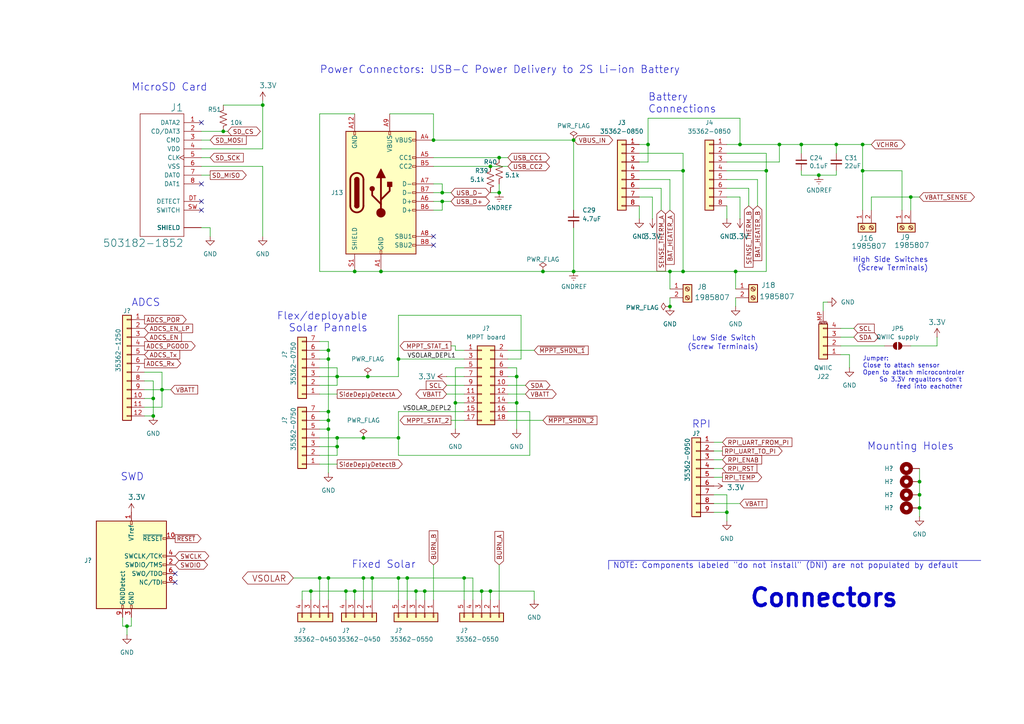
<source format=kicad_sch>
(kicad_sch (version 20250114) (generator "eeschema") (generator_version "9.0")
  (paper "A4")
  (title_block (title "PiCubed Mainboard") (date "2025-08-29") (rev "6.5") (company "Stanford Student Space Initiative") (comment 1 "Ethan Brinser"))
  (lib_symbols
    (symbol "Connector:Conn_ARM_JTAG_SWD_10" (pin_names (offset 1.016))
      (property "Reference" "J" (at -2.54 16.51 0))
      (property "Value" "Conn_ARM_JTAG_SWD_10" (at -2.54 13.97 0))
      (symbol "Conn_ARM_JTAG_SWD_10_1_1"
        (pin no_connect line (at -10.16 0 0) (length 2.54) (hide yes) (name "KEY") (number "7"))
        (pin passive line (at -2.54 -15.24 90) (length 2.54) (name "GNDDetect") (number "9"))
        (pin power_in line (at 0 15.24 270) (length 2.54) (name "VTref") (number "1"))
        (pin power_in line (at 0 -15.24 90) (length 2.54) (name "GND") (number "3"))
        (pin passive line (at 0 -15.24 90) (length 2.54) (hide yes) (name "GND") (number "5"))
        (pin open_collector line (at 12.7 7.62 180) (length 2.54) (name "~{RESET}") (number "10"))
        (pin output line (at 12.7 2.54 180) (length 2.54) (name "SWCLK/TCK") (number "4"))
        (pin bidirectional line (at 12.7 0 180) (length 2.54) (name "SWDIO/TMS") (number "2"))
        (pin input line (at 12.7 -2.54 180) (length 2.54) (name "SWO/TDO") (number "6"))
        (pin output line (at 12.7 -5.08 180) (length 2.54) (name "NC/TDI") (number "8"))
      )
    )
    (symbol "Connector:Screw_Terminal_01x02" (pin_names (offset 1.016) (hide yes))
      (property "Reference" "J" (at 0 2.54 0))
      (property "Value" "Screw_Terminal_01x02" (at 0 -5.08 0))
      (symbol "Screw_Terminal_01x02_1_1"
        (pin passive line (at -5.08 0 0) (length 3.81) (name "Pin_1") (number "1"))
        (pin passive line (at -5.08 -2.54 0) (length 3.81) (name "Pin_2") (number "2"))
      )
    )
    (symbol "Connector_Generic:Conn_01x04" (pin_names (offset 1.016) (hide yes))
      (property "Reference" "J" (at 0 5.08 0))
      (property "Value" "Conn_01x04" (at 0 -7.62 0))
      (symbol "Conn_01x04_1_1"
        (pin passive line (at -5.08 2.54 0) (length 3.81) (name "Pin_1") (number "1"))
        (pin passive line (at -5.08 0 0) (length 3.81) (name "Pin_2") (number "2"))
        (pin passive line (at -5.08 -2.54 0) (length 3.81) (name "Pin_3") (number "3"))
        (pin passive line (at -5.08 -5.08 0) (length 3.81) (name "Pin_4") (number "4"))
      )
    )
    (symbol "Connector_Generic:Conn_01x05" (pin_names (offset 1.016) (hide yes))
      (property "Reference" "J" (at 0 7.62 0))
      (property "Value" "Conn_01x05" (at 0 -7.62 0))
      (symbol "Conn_01x05_1_1"
        (pin passive line (at -5.08 5.08 0) (length 3.81) (name "Pin_1") (number "1"))
        (pin passive line (at -5.08 2.54 0) (length 3.81) (name "Pin_2") (number "2"))
        (pin passive line (at -5.08 0 0) (length 3.81) (name "Pin_3") (number "3"))
        (pin passive line (at -5.08 -2.54 0) (length 3.81) (name "Pin_4") (number "4"))
        (pin passive line (at -5.08 -5.08 0) (length 3.81) (name "Pin_5") (number "5"))
      )
    )
    (symbol "Connector_Generic:Conn_01x07" (pin_names (offset 1.016) (hide yes))
      (property "Reference" "J" (at 0 10.16 0))
      (property "Value" "Conn_01x07" (at 0 -10.16 0))
      (symbol "Conn_01x07_1_1"
        (pin passive line (at -5.08 7.62 0) (length 3.81) (name "Pin_1") (number "1"))
        (pin passive line (at -5.08 5.08 0) (length 3.81) (name "Pin_2") (number "2"))
        (pin passive line (at -5.08 2.54 0) (length 3.81) (name "Pin_3") (number "3"))
        (pin passive line (at -5.08 0 0) (length 3.81) (name "Pin_4") (number "4"))
        (pin passive line (at -5.08 -2.54 0) (length 3.81) (name "Pin_5") (number "5"))
        (pin passive line (at -5.08 -5.08 0) (length 3.81) (name "Pin_6") (number "6"))
        (pin passive line (at -5.08 -7.62 0) (length 3.81) (name "Pin_7") (number "7"))
      )
    )
    (symbol "Connector_Generic:Conn_01x08" (pin_names (offset 1.016) (hide yes))
      (property "Reference" "J" (at 0 10.16 0))
      (property "Value" "Conn_01x08" (at 0 -12.7 0))
      (symbol "Conn_01x08_1_1"
        (pin passive line (at -5.08 7.62 0) (length 3.81) (name "Pin_1") (number "1"))
        (pin passive line (at -5.08 5.08 0) (length 3.81) (name "Pin_2") (number "2"))
        (pin passive line (at -5.08 2.54 0) (length 3.81) (name "Pin_3") (number "3"))
        (pin passive line (at -5.08 0 0) (length 3.81) (name "Pin_4") (number "4"))
        (pin passive line (at -5.08 -2.54 0) (length 3.81) (name "Pin_5") (number "5"))
        (pin passive line (at -5.08 -5.08 0) (length 3.81) (name "Pin_6") (number "6"))
        (pin passive line (at -5.08 -7.62 0) (length 3.81) (name "Pin_7") (number "7"))
        (pin passive line (at -5.08 -10.16 0) (length 3.81) (name "Pin_8") (number "8"))
      )
    )
    (symbol "Connector_Generic:Conn_01x09" (pin_names (offset 1.016) (hide yes))
      (property "Reference" "J" (at 0 12.7 0))
      (property "Value" "Conn_01x09" (at 0 -12.7 0))
      (symbol "Conn_01x09_1_1"
        (pin passive line (at -5.08 10.16 0) (length 3.81) (name "Pin_1") (number "1"))
        (pin passive line (at -5.08 7.62 0) (length 3.81) (name "Pin_2") (number "2"))
        (pin passive line (at -5.08 5.08 0) (length 3.81) (name "Pin_3") (number "3"))
        (pin passive line (at -5.08 2.54 0) (length 3.81) (name "Pin_4") (number "4"))
        (pin passive line (at -5.08 0 0) (length 3.81) (name "Pin_5") (number "5"))
        (pin passive line (at -5.08 -2.54 0) (length 3.81) (name "Pin_6") (number "6"))
        (pin passive line (at -5.08 -5.08 0) (length 3.81) (name "Pin_7") (number "7"))
        (pin passive line (at -5.08 -7.62 0) (length 3.81) (name "Pin_8") (number "8"))
        (pin passive line (at -5.08 -10.16 0) (length 3.81) (name "Pin_9") (number "9"))
      )
    )
    (symbol "Connector_Generic:Conn_01x12" (pin_names (offset 1.016) (hide yes))
      (property "Reference" "J" (at 0 15.24 0))
      (property "Value" "Conn_01x12" (at 0 -17.78 0))
      (symbol "Conn_01x12_1_1"
        (pin passive line (at -5.08 12.7 0) (length 3.81) (name "Pin_1") (number "1"))
        (pin passive line (at -5.08 10.16 0) (length 3.81) (name "Pin_2") (number "2"))
        (pin passive line (at -5.08 7.62 0) (length 3.81) (name "Pin_3") (number "3"))
        (pin passive line (at -5.08 5.08 0) (length 3.81) (name "Pin_4") (number "4"))
        (pin passive line (at -5.08 2.54 0) (length 3.81) (name "Pin_5") (number "5"))
        (pin passive line (at -5.08 0 0) (length 3.81) (name "Pin_6") (number "6"))
        (pin passive line (at -5.08 -2.54 0) (length 3.81) (name "Pin_7") (number "7"))
        (pin passive line (at -5.08 -5.08 0) (length 3.81) (name "Pin_8") (number "8"))
        (pin passive line (at -5.08 -7.62 0) (length 3.81) (name "Pin_9") (number "9"))
        (pin passive line (at -5.08 -10.16 0) (length 3.81) (name "Pin_10") (number "10"))
        (pin passive line (at -5.08 -12.7 0) (length 3.81) (name "Pin_11") (number "11"))
        (pin passive line (at -5.08 -15.24 0) (length 3.81) (name "Pin_12") (number "12"))
      )
    )
    (symbol "Connector_Generic:Conn_02x09_Odd_Even" (pin_names (offset 1.016) (hide yes))
      (property "Reference" "J" (at 1.27 12.7 0))
      (property "Value" "Conn_02x09_Odd_Even" (at 1.27 -12.7 0))
      (symbol "Conn_02x09_Odd_Even_1_1"
        (pin passive line (at -5.08 10.16 0) (length 3.81) (name "Pin_1") (number "1"))
        (pin passive line (at -5.08 7.62 0) (length 3.81) (name "Pin_3") (number "3"))
        (pin passive line (at -5.08 5.08 0) (length 3.81) (name "Pin_5") (number "5"))
        (pin passive line (at -5.08 2.54 0) (length 3.81) (name "Pin_7") (number "7"))
        (pin passive line (at -5.08 0 0) (length 3.81) (name "Pin_9") (number "9"))
        (pin passive line (at -5.08 -2.54 0) (length 3.81) (name "Pin_11") (number "11"))
        (pin passive line (at -5.08 -5.08 0) (length 3.81) (name "Pin_13") (number "13"))
        (pin passive line (at -5.08 -7.62 0) (length 3.81) (name "Pin_15") (number "15"))
        (pin passive line (at -5.08 -10.16 0) (length 3.81) (name "Pin_17") (number "17"))
        (pin passive line (at 7.62 10.16 180) (length 3.81) (name "Pin_2") (number "2"))
        (pin passive line (at 7.62 7.62 180) (length 3.81) (name "Pin_4") (number "4"))
        (pin passive line (at 7.62 5.08 180) (length 3.81) (name "Pin_6") (number "6"))
        (pin passive line (at 7.62 2.54 180) (length 3.81) (name "Pin_8") (number "8"))
        (pin passive line (at 7.62 0 180) (length 3.81) (name "Pin_10") (number "10"))
        (pin passive line (at 7.62 -2.54 180) (length 3.81) (name "Pin_12") (number "12"))
        (pin passive line (at 7.62 -5.08 180) (length 3.81) (name "Pin_14") (number "14"))
        (pin passive line (at 7.62 -7.62 180) (length 3.81) (name "Pin_16") (number "16"))
        (pin passive line (at 7.62 -10.16 180) (length 3.81) (name "Pin_18") (number "18"))
      )
    )
    (symbol "Connector_Generic_MountingPin:Conn_01x04_MountingPin" (pin_names (offset 1.016) (hide yes))
      (property "Reference" "J" (at 0 5.08 0))
      (property "Value" "Conn_01x04_MountingPin" (at 1.27 -7.62 0))
      (symbol "Conn_01x04_MountingPin_1_1"
        (text "Mounting" (at 0 -6.731 0) (effects (font (size 0.381 0.381))))
        (pin passive line (at -5.08 2.54 0) (length 3.81) (name "Pin_1") (number "1"))
        (pin passive line (at -5.08 0 0) (length 3.81) (name "Pin_2") (number "2"))
        (pin passive line (at -5.08 -2.54 0) (length 3.81) (name "Pin_3") (number "3"))
        (pin passive line (at -5.08 -5.08 0) (length 3.81) (name "Pin_4") (number "4"))
        (pin passive line (at 0 -10.16 90) (length 3.048) (name "MountPin") (number "MP"))
      )
    )
    (symbol "Device:C_Small" (pin_numbers (hide yes)) (pin_names (offset 0.254) (hide yes))
      (property "Reference" "C" (at 0.254 1.778 0))
      (property "Value" "C_Small" (at 0.254 -2.032 0))
      (symbol "C_Small_1_1"
        (pin passive line (at 0 2.54 270) (length 2.032) (name "~") (number "1"))
        (pin passive line (at 0 -2.54 90) (length 2.032) (name "~") (number "2"))
      )
    )
    (symbol "Device:R_US" (pin_numbers (hide yes)) (pin_names (offset 0))
      (property "Reference" "R" (at 2.54 0 90))
      (property "Value" "R_US" (at -2.54 0 90))
      (symbol "R_US_1_1"
        (pin passive line (at 0 3.81 270) (length 1.27) (name "~") (number "1"))
        (pin passive line (at 0 -3.81 90) (length 1.27) (name "~") (number "2"))
      )
    )
    (symbol "Jumper:SolderJumper_2_Open" (pin_numbers (hide yes)) (pin_names (offset 0) (hide yes)) (exclude_from_sim yes) (in_bom no)
      (property "Reference" "JP" (at 0 2.032 0))
      (property "Value" "SolderJumper_2_Open" (at 0 -2.54 0))
      (symbol "SolderJumper_2_Open_1_1"
        (pin passive line (at -3.81 0 0) (length 2.54) (name "A") (number "1"))
        (pin passive line (at 3.81 0 180) (length 2.54) (name "B") (number "2"))
      )
    )
    (symbol "Mechanical:MountingHole_Pad" (pin_numbers (hide yes)) (pin_names (offset 1.016) (hide yes)) (exclude_from_sim yes) (in_bom no)
      (property "Reference" "H" (at 0 6.35 0))
      (property "Value" "MountingHole_Pad" (at 0 4.445 0))
      (symbol "MountingHole_Pad_1_1"
        (pin input line (at 0 -2.54 90) (length 2.54) (name "1") (number "1"))
      )
    )
    (symbol "power:+3.3V" (power) (pin_numbers (hide yes)) (pin_names (offset 0) (hide yes))
      (property "Value" "+3.3V" (at 0 3.556 0))
      (symbol "+3.3V_1_1"
        (pin power_in line (at 0 0 90) (length 0) (name "~") (number "1"))
      )
    )
    (symbol "power:GND" (power) (pin_numbers (hide yes)) (pin_names (offset 0) (hide yes))
      (property "Value" "GND" (at 0 -3.81 0))
      (symbol "GND_1_1"
        (pin power_in line (at 0 0 270) (length 0) (name "~") (number "1"))
      )
    )
    (symbol "power:GNDREF" (power) (pin_numbers (hide yes)) (pin_names (offset 0) (hide yes))
      (property "Value" "GNDREF" (at 0 -3.81 0))
      (symbol "GNDREF_1_1"
        (pin power_in line (at 0 0 270) (length 0) (name "~") (number "1"))
      )
    )
    (symbol "power:PWR_FLAG" (power) (pin_numbers (hide yes)) (pin_names (offset 0) (hide yes))
      (property "Value" "PWR_FLAG" (at 0 3.81 0))
      (symbol "PWR_FLAG_0_0"
        (pin power_out line (at 0 0 90) (length 0) (name "~") (number "1"))
      )
    )
    (symbol "ssi_connector:503182-1852" (pin_names (offset 1.016))
      (property "Reference" "J" (at 0 18.3642 0))
      (property "Value" "503182-1852" (at 0 -20.9042 0))
      (symbol "503182-1852_1_0"
        (pin bidirectional line (at -5.08 15.24 0) (length 5.08) (name "DATA2") (number "1"))
        (pin bidirectional line (at -5.08 12.7 0) (length 5.08) (name "CD/DAT3") (number "2"))
        (pin bidirectional line (at -5.08 10.16 0) (length 5.08) (name "CMD") (number "3"))
        (pin power_in line (at -5.08 7.62 0) (length 5.08) (name "VDD") (number "4"))
        (pin bidirectional clock (at -5.08 5.08 0) (length 5.08) (name "CLK") (number "5"))
        (pin power_in line (at -5.08 2.54 0) (length 5.08) (name "VSS") (number "6"))
        (pin bidirectional line (at -5.08 0 0) (length 5.08) (name "DAT0") (number "7"))
        (pin bidirectional line (at -5.08 -2.54 0) (length 5.08) (name "DAT1") (number "8"))
        (pin bidirectional line (at -5.08 -7.62 0) (length 5.08) (name "DETECT") (number "DT"))
        (pin bidirectional line (at -5.08 -10.16 0) (length 5.08) (name "SWITCH") (number "SW"))
        (pin passive line (at -5.08 -15.24 0) (length 5.08) (name "SHIELD") (number "P1"))
        (pin passive line (at -5.08 -15.24 0) (length 5.08) (name "SHIELD") (number "P2"))
        (pin passive line (at -5.08 -15.24 0) (length 5.08) (name "SHIELD") (number "P3"))
        (pin passive line (at -5.08 -15.24 0) (length 5.08) (name "SHIELD") (number "P4"))
        (pin passive line (at -5.08 -15.24 0) (length 5.08) (name "SHIELD") (number "P5"))
      )
    )
    (symbol "ssi_connector:USB_C_pycubed" (pin_names (offset 1.016))
      (property "Reference" "J" (at -12.7 0 90))
      (symbol "USB_C_pycubed_1_1"
        (pin passive line (at -7.62 22.86 270) (length 5.08) (name "GND") (number "A12"))
        (pin passive line (at -7.62 -22.86 90) (length 5.08) (name "SHIELD") (number "S1"))
        (pin passive line (at 0 -22.86 90) (length 5.08) (name "GND") (number "A1"))
        (pin passive line (at 2.54 22.86 270) (length 5.08) (name "VBUS") (number "A9"))
        (pin passive line (at 15.24 15.24 180) (length 5.08) (name "VBUS") (number "A4"))
        (pin bidirectional line (at 15.24 10.16 180) (length 5.08) (name "CC1") (number "A5"))
        (pin bidirectional line (at 15.24 7.62 180) (length 5.08) (name "CC2") (number "B5"))
        (pin bidirectional line (at 15.24 2.54 180) (length 5.08) (name "D-") (number "A7"))
        (pin bidirectional line (at 15.24 0 180) (length 5.08) (name "D-") (number "B7"))
        (pin bidirectional line (at 15.24 -2.54 180) (length 5.08) (name "D+") (number "A6"))
        (pin bidirectional line (at 15.24 -5.08 180) (length 5.08) (name "D+") (number "B6"))
        (pin bidirectional line (at 15.24 -12.7 180) (length 5.08) (name "SBU1") (number "A8"))
        (pin bidirectional line (at 15.24 -15.24 180) (length 5.08) (name "SBU2") (number "B8"))
      )
    )
  )
  (text "Flex/deployable\nSolar Pannels\n" (at 106.68 96.52 0) (effects (font (size 2.159 2.159)) (justify right bottom)))
  (text "Jumper:\nClose to attach sensor\nOpen to attach microcontroler\n	So 3.3V regualtors don't\n		feed into eachother" (at 250.19 113.03 0) (effects (font (size 1.27 1.27)) (justify left bottom)))
  (text "RPI" (at 200.66 124.46 0) (effects (font (size 2.159 2.159)) (justify left bottom)))
  (text "Power Connectors: USB-C Power Delivery to 2S Li-ion Battery" (at 92.71 21.59 0) (effects (font (size 2.159 2.159)) (justify left bottom)))
  (text "NOTE: Components labeled \"do not install\" (DNI) are not populated by default" (at 177.8 165.1 0) (effects (font (size 1.651 1.651)) (justify left bottom)))
  (text "ADCS" (at 38.1 89.154 0) (effects (font (size 2.159 2.159)) (justify left bottom)))
  (text "High Side Switches\n(Screw Terminals)" (at 269.24 78.74 0) (effects (font (size 1.4986 1.4986)) (justify right bottom)))
  (text "Connectors" (at 217.17 176.53 0) (effects (font (size 5.08 5.08) (thickness 1.016) (bold yes)) (justify left bottom)))
  (text "Battery\nConnections" (at 187.96 33.02 0) (effects (font (size 2.159 2.159)) (justify left bottom)))
  (text "Low Side Switch" (at 200.66 99.06 0) (effects (font (size 1.4986 1.4986)) (justify left bottom)))
  (text "MicroSD Card" (at 38.1 26.67 0) (effects (font (size 2.159 2.159)) (justify left bottom)))
  (text "Fixed Solar\n" (at 120.65 165.1 0) (effects (font (size 2.159 2.159)) (justify right bottom)))
  (text "SWD" (at 34.925 139.7 0) (effects (font (size 2.159 2.159)) (justify left bottom)))
  (text "(Screw Terminals)" (at 199.39 101.6 0) (effects (font (size 1.4986 1.4986)) (justify left bottom)))
  (text "Mounting Holes" (at 251.46 130.81 0) (effects (font (size 2.159 2.159)) (justify left bottom)))
  (junction (at 46.99 113.03))
  (junction (at 213.36 78.74))
  (junction (at 144.78 45.72))
  (junction (at 139.7 171.45))
  (junction (at 97.79 109.22))
  (junction (at 198.12 78.74))
  (junction (at 90.17 171.45))
  (junction (at 134.62 167.64))
  (junction (at 106.68 109.22))
  (junction (at 214.63 41.91))
  (junction (at 95.25 124.46))
  (junction (at 264.16 57.15))
  (junction (at 102.87 78.74))
  (junction (at 242.57 41.91))
  (junction (at 95.25 121.92))
  (junction (at 144.78 55.88))
  (junction (at 166.37 78.74))
  (junction (at 142.24 171.45))
  (junction (at 157.48 78.74))
  (junction (at 110.49 78.74))
  (junction (at 149.86 116.84))
  (junction (at 44.45 115.57))
  (junction (at 123.19 171.45))
  (junction (at 266.7 143.51))
  (junction (at 97.79 127))
  (junction (at 97.79 129.54))
  (junction (at 105.41 127))
  (junction (at 226.06 41.91))
  (junction (at 198.12 49.53))
  (junction (at 128.27 55.88))
  (junction (at 187.96 41.91))
  (junction (at 266.7 147.32))
  (junction (at 118.11 167.64))
  (junction (at 76.2 30.48))
  (junction (at 237.49 50.8))
  (junction (at 132.08 116.84))
  (junction (at 232.41 41.91))
  (junction (at 120.65 171.45))
  (junction (at 115.57 127))
  (junction (at 95.25 101.6))
  (junction (at 125.73 40.64))
  (junction (at 115.57 104.14))
  (junction (at 222.25 49.53))
  (junction (at 44.45 120.65))
  (junction (at 250.19 49.53))
  (junction (at 210.82 148.59))
  (junction (at 115.57 167.64))
  (junction (at 64.77 38.1))
  (junction (at 107.95 167.64))
  (junction (at 95.25 119.38))
  (junction (at 194.31 88.9))
  (junction (at 128.27 58.42))
  (junction (at 149.86 109.22))
  (junction (at 36.83 181.61))
  (junction (at 95.25 104.14))
  (junction (at 100.33 171.45))
  (junction (at 102.87 171.45))
  (junction (at 266.7 139.7))
  (junction (at 92.71 167.64))
  (junction (at 166.37 40.64))
  (junction (at 194.31 78.74))
  (junction (at 95.25 167.64))
  (junction (at 250.19 41.91))
  (junction (at 142.24 48.26))
  (junction (at 105.41 167.64))
  (no_connect (at 50.8 168.91))
  (no_connect (at 125.73 71.12))
  (no_connect (at 58.42 53.34))
  (no_connect (at 50.8 166.37))
  (no_connect (at 58.42 35.56))
  (no_connect (at 58.42 58.42))
  (no_connect (at 58.42 60.96))
  (no_connect (at 125.73 68.58))
  (wire (pts (xy 92.71 134.62) (xy 97.79 134.62)))
  (wire (pts (xy 166.37 66.04) (xy 166.37 78.74)))
  (wire (pts (xy 185.42 44.45) (xy 198.12 44.45)))
  (polyline (pts (xy 176.53 165.1) (xy 176.53 162.56)))
  (wire (pts (xy 92.71 106.68) (xy 97.79 106.68)))
  (wire (pts (xy 41.91 107.95) (xy 46.99 107.95)))
  (wire (pts (xy 210.82 143.51) (xy 207.01 143.51)))
  (wire (pts (xy 207.01 130.81) (xy 209.55 130.81)))
  (wire (pts (xy 115.57 104.14) (xy 134.62 104.14)))
  (wire (pts (xy 210.82 41.91) (xy 214.63 41.91)))
  (wire (pts (xy 76.2 30.48) (xy 76.2 29.21)))
  (wire (pts (xy 147.32 106.68) (xy 149.86 106.68)))
  (wire (pts (xy 147.32 119.38) (xy 153.67 119.38)))
  (wire (pts (xy 36.83 181.61) (xy 38.1 181.61)))
  (wire (pts (xy 105.41 167.64) (xy 107.95 167.64)))
  (wire (pts (xy 76.2 48.26) (xy 76.2 68.58)))
  (wire (pts (xy 187.96 41.91) (xy 187.96 34.29)))
  (wire (pts (xy 90.17 171.45) (xy 100.33 171.45)))
  (wire (pts (xy 144.78 45.72) (xy 147.32 45.72)))
  (wire (pts (xy 64.77 30.48) (xy 76.2 30.48)))
  (wire (pts (xy 149.86 116.84) (xy 147.32 116.84)))
  (wire (pts (xy 102.87 171.45) (xy 102.87 173.99)))
  (wire (pts (xy 125.73 48.26) (xy 142.24 48.26)))
  (wire (pts (xy 92.71 78.74) (xy 92.71 33.02)))
  (wire (pts (xy 242.57 44.45) (xy 242.57 41.91)))
  (wire (pts (xy 115.57 167.64) (xy 115.57 173.99)))
  (wire (pts (xy 90.17 171.45) (xy 90.17 173.99)))
  (wire (pts (xy 243.84 95.25) (xy 247.65 95.25)))
  (wire (pts (xy 194.31 86.36) (xy 194.31 88.9)))
  (wire (pts (xy 185.42 46.99) (xy 187.96 46.99)))
  (wire (pts (xy 207.01 138.43) (xy 209.55 138.43)))
  (wire (pts (xy 194.31 52.07) (xy 194.31 60.96)))
  (wire (pts (xy 222.25 44.45) (xy 222.25 49.53)))
  (wire (pts (xy 240.03 87.63) (xy 238.76 87.63)))
  (wire (pts (xy 142.24 48.26) (xy 147.32 48.26)))
  (wire (pts (xy 95.25 101.6) (xy 95.25 104.14)))
  (wire (pts (xy 105.41 127) (xy 115.57 127)))
  (wire (pts (xy 194.31 52.07) (xy 185.42 52.07)))
  (wire (pts (xy 232.41 50.8) (xy 232.41 49.53)))
  (wire (pts (xy 97.79 111.76) (xy 97.79 109.22)))
  (wire (pts (xy 266.7 143.51) (xy 266.7 147.32)))
  (wire (pts (xy 129.54 109.22) (xy 134.62 109.22)))
  (wire (pts (xy 64.77 38.1) (xy 66.04 38.1)))
  (wire (pts (xy 125.73 33.02) (xy 125.73 40.64)))
  (wire (pts (xy 92.71 121.92) (xy 95.25 121.92)))
  (wire (pts (xy 58.42 45.72) (xy 60.96 45.72)))
  (wire (pts (xy 115.57 104.14) (xy 115.57 109.22)))
  (wire (pts (xy 266.7 139.7) (xy 266.7 143.51)))
  (wire (pts (xy 250.19 49.53) (xy 261.62 49.53)))
  (wire (pts (xy 92.71 101.6) (xy 95.25 101.6)))
  (wire (pts (xy 115.57 127) (xy 115.57 132.08)))
  (wire (pts (xy 185.42 59.69) (xy 185.42 63.5)))
  (wire (pts (xy 132.08 116.84) (xy 134.62 116.84)))
  (wire (pts (xy 118.11 167.64) (xy 134.62 167.64)))
  (wire (pts (xy 92.71 109.22) (xy 97.79 109.22)))
  (wire (pts (xy 128.27 60.96) (xy 128.27 58.42)))
  (wire (pts (xy 157.48 78.74) (xy 110.49 78.74)))
  (wire (pts (xy 213.36 83.82) (xy 213.36 78.74)))
  (wire (pts (xy 76.2 43.18) (xy 76.2 30.48)))
  (wire (pts (xy 95.25 104.14) (xy 95.25 119.38)))
  (wire (pts (xy 149.86 124.46) (xy 149.86 116.84)))
  (wire (pts (xy 58.42 40.64) (xy 60.96 40.64)))
  (wire (pts (xy 125.73 60.96) (xy 128.27 60.96)))
  (wire (pts (xy 271.78 100.33) (xy 264.16 100.33)))
  (wire (pts (xy 142.24 171.45) (xy 154.94 171.45)))
  (wire (pts (xy 250.19 41.91) (xy 250.19 49.53)))
  (wire (pts (xy 44.45 110.49) (xy 41.91 110.49)))
  (wire (pts (xy 97.79 106.68) (xy 97.79 109.22)))
  (wire (pts (xy 128.27 58.42) (xy 125.73 58.42)))
  (wire (pts (xy 166.37 40.64) (xy 166.37 60.96)))
  (wire (pts (xy 46.99 113.03) (xy 41.91 113.03)))
  (wire (pts (xy 246.38 102.87) (xy 243.84 102.87)))
  (wire (pts (xy 147.32 104.14) (xy 151.13 104.14)))
  (wire (pts (xy 144.78 163.83) (xy 144.78 173.99)))
  (wire (pts (xy 97.79 132.08) (xy 97.79 129.54)))
  (wire (pts (xy 118.11 167.64) (xy 118.11 173.99)))
  (wire (pts (xy 87.63 173.99) (xy 87.63 171.45)))
  (wire (pts (xy 153.67 132.08) (xy 153.67 119.38)))
  (wire (pts (xy 58.42 66.04) (xy 60.96 66.04)))
  (wire (pts (xy 95.25 137.16) (xy 95.25 124.46)))
  (wire (pts (xy 226.06 41.91) (xy 232.41 41.91)))
  (wire (pts (xy 194.31 78.74) (xy 198.12 78.74)))
  (wire (pts (xy 41.91 118.11) (xy 46.99 118.11)))
  (wire (pts (xy 213.36 78.74) (xy 222.25 78.74)))
  (wire (pts (xy 166.37 78.74) (xy 194.31 78.74)))
  (wire (pts (xy 266.7 135.89) (xy 266.7 139.7)))
  (wire (pts (xy 264.16 57.15) (xy 252.73 57.15)))
  (wire (pts (xy 87.63 171.45) (xy 90.17 171.45)))
  (wire (pts (xy 266.7 147.32) (xy 266.7 149.86)))
  (wire (pts (xy 95.25 167.64) (xy 95.25 173.99)))
  (wire (pts (xy 129.54 111.76) (xy 134.62 111.76)))
  (wire (pts (xy 115.57 132.08) (xy 153.67 132.08)))
  (wire (pts (xy 128.27 53.34) (xy 128.27 55.88)))
  (wire (pts (xy 132.08 106.68) (xy 132.08 116.84)))
  (wire (pts (xy 132.08 100.33) (xy 132.08 101.6)))
  (wire (pts (xy 222.25 49.53) (xy 222.25 78.74)))
  (wire (pts (xy 210.82 46.99) (xy 226.06 46.99)))
  (wire (pts (xy 100.33 171.45) (xy 102.87 171.45)))
  (wire (pts (xy 134.62 167.64) (xy 137.16 167.64)))
  (wire (pts (xy 237.49 50.8) (xy 242.57 50.8)))
  (wire (pts (xy 49.53 113.03) (xy 46.99 113.03)))
  (wire (pts (xy 210.82 59.69) (xy 210.82 63.5)))
  (wire (pts (xy 102.87 78.74) (xy 92.71 78.74)))
  (wire (pts (xy 191.77 54.61) (xy 191.77 60.96)))
  (wire (pts (xy 102.87 78.74) (xy 110.49 78.74)))
  (wire (pts (xy 115.57 91.44) (xy 151.13 91.44)))
  (wire (pts (xy 210.82 57.15) (xy 214.63 57.15)))
  (wire (pts (xy 189.23 63.5) (xy 189.23 57.15)))
  (wire (pts (xy 92.71 129.54) (xy 97.79 129.54)))
  (wire (pts (xy 198.12 78.74) (xy 213.36 78.74)))
  (wire (pts (xy 142.24 171.45) (xy 142.24 173.99)))
  (wire (pts (xy 198.12 44.45) (xy 198.12 49.53)))
  (wire (pts (xy 95.25 124.46) (xy 95.25 121.92)))
  (wire (pts (xy 166.37 40.64) (xy 125.73 40.64)))
  (wire (pts (xy 214.63 63.5) (xy 214.63 57.15)))
  (wire (pts (xy 185.42 41.91) (xy 187.96 41.91)))
  (wire (pts (xy 252.73 41.91) (xy 250.19 41.91)))
  (wire (pts (xy 210.82 54.61) (xy 217.17 54.61)))
  (wire (pts (xy 107.95 167.64) (xy 107.95 173.99)))
  (wire (pts (xy 85.09 167.64) (xy 92.71 167.64)))
  (wire (pts (xy 217.17 54.61) (xy 217.17 59.69)))
  (wire (pts (xy 243.84 97.79) (xy 247.65 97.79)))
  (wire (pts (xy 92.71 127) (xy 97.79 127)))
  (wire (pts (xy 261.62 49.53) (xy 261.62 60.96)))
  (wire (pts (xy 207.01 133.35) (xy 209.55 133.35)))
  (wire (pts (xy 250.19 49.53) (xy 250.19 60.96)))
  (wire (pts (xy 128.27 55.88) (xy 130.81 55.88)))
  (wire (pts (xy 271.78 97.79) (xy 271.78 100.33)))
  (wire (pts (xy 95.25 167.64) (xy 105.41 167.64)))
  (wire (pts (xy 219.71 52.07) (xy 219.71 59.69)))
  (wire (pts (xy 264.16 57.15) (xy 264.16 60.96)))
  (wire (pts (xy 130.81 100.33) (xy 132.08 100.33)))
  (wire (pts (xy 60.96 66.04) (xy 60.96 68.58)))
  (wire (pts (xy 187.96 34.29) (xy 214.63 34.29)))
  (wire (pts (xy 147.32 121.92) (xy 157.48 121.92)))
  (wire (pts (xy 198.12 49.53) (xy 198.12 78.74)))
  (wire (pts (xy 132.08 101.6) (xy 134.62 101.6)))
  (wire (pts (xy 106.68 109.22) (xy 97.79 109.22)))
  (wire (pts (xy 44.45 120.65) (xy 44.45 115.57)))
  (wire (pts (xy 207.01 148.59) (xy 210.82 148.59)))
  (wire (pts (xy 191.77 54.61) (xy 185.42 54.61)))
  (wire (pts (xy 92.71 104.14) (xy 95.25 104.14)))
  (wire (pts (xy 210.82 44.45) (xy 222.25 44.45)))
  (wire (pts (xy 46.99 118.11) (xy 46.99 113.03)))
  (wire (pts (xy 97.79 127) (xy 105.41 127)))
  (wire (pts (xy 38.1 179.07) (xy 38.1 181.61)))
  (wire (pts (xy 134.62 106.68) (xy 132.08 106.68)))
  (wire (pts (xy 115.57 109.22) (xy 106.68 109.22)))
  (wire (pts (xy 92.71 124.46) (xy 95.25 124.46)))
  (wire (pts (xy 125.73 53.34) (xy 128.27 53.34)))
  (wire (pts (xy 113.03 33.02) (xy 125.73 33.02)))
  (wire (pts (xy 147.32 101.6) (xy 154.94 101.6)))
  (wire (pts (xy 115.57 119.38) (xy 115.57 127)))
  (wire (pts (xy 41.91 115.57) (xy 44.45 115.57)))
  (wire (pts (xy 92.71 111.76) (xy 97.79 111.76)))
  (wire (pts (xy 115.57 167.64) (xy 118.11 167.64)))
  (wire (pts (xy 125.73 163.83) (xy 125.73 173.99)))
  (wire (pts (xy 44.45 115.57) (xy 44.45 110.49)))
  (wire (pts (xy 242.57 50.8) (xy 242.57 49.53)))
  (wire (pts (xy 92.71 114.3) (xy 97.79 114.3)))
  (wire (pts (xy 210.82 148.59) (xy 210.82 151.13)))
  (wire (pts (xy 214.63 34.29) (xy 214.63 41.91)))
  (wire (pts (xy 151.13 91.44) (xy 151.13 104.14)))
  (wire (pts (xy 210.82 52.07) (xy 219.71 52.07)))
  (wire (pts (xy 154.94 171.45) (xy 154.94 173.99)))
  (wire (pts (xy 95.25 119.38) (xy 92.71 119.38)))
  (wire (pts (xy 132.08 124.46) (xy 132.08 116.84)))
  (wire (pts (xy 36.83 181.61) (xy 36.83 184.15)))
  (wire (pts (xy 144.78 55.88) (xy 144.78 53.34)))
  (wire (pts (xy 232.41 50.8) (xy 237.49 50.8)))
  (wire (pts (xy 100.33 171.45) (xy 100.33 173.99)))
  (wire (pts (xy 207.01 128.27) (xy 209.55 128.27)))
  (wire (pts (xy 214.63 41.91) (xy 226.06 41.91)))
  (wire (pts (xy 123.19 171.45) (xy 139.7 171.45)))
  (wire (pts (xy 125.73 45.72) (xy 144.78 45.72)))
  (wire (pts (xy 139.7 171.45) (xy 142.24 171.45)))
  (wire (pts (xy 92.71 132.08) (xy 97.79 132.08)))
  (wire (pts (xy 149.86 109.22) (xy 149.86 116.84)))
  (wire (pts (xy 194.31 83.82) (xy 194.31 78.74)))
  (wire (pts (xy 115.57 119.38) (xy 134.62 119.38)))
  (wire (pts (xy 35.56 179.07) (xy 35.56 181.61)))
  (wire (pts (xy 210.82 49.53) (xy 222.25 49.53)))
  (wire (pts (xy 187.96 46.99) (xy 187.96 41.91)))
  (wire (pts (xy 142.24 55.88) (xy 144.78 55.88)))
  (wire (pts (xy 105.41 167.64) (xy 105.41 173.99)))
  (wire (pts (xy 207.01 135.89) (xy 209.55 135.89)))
  (wire (pts (xy 166.37 78.74) (xy 157.48 78.74)))
  (wire (pts (xy 149.86 106.68) (xy 149.86 109.22)))
  (wire (pts (xy 123.19 171.45) (xy 123.19 173.99)))
  (wire (pts (xy 246.38 106.68) (xy 246.38 102.87)))
  (wire (pts (xy 226.06 41.91) (xy 226.06 46.99)))
  (wire (pts (xy 266.7 57.15) (xy 264.16 57.15)))
  (wire (pts (xy 58.42 43.18) (xy 76.2 43.18)))
  (wire (pts (xy 139.7 171.45) (xy 139.7 173.99)))
  (wire (pts (xy 147.32 114.3) (xy 152.4 114.3)))
  (wire (pts (xy 58.42 38.1) (xy 64.77 38.1)))
  (wire (pts (xy 97.79 129.54) (xy 97.79 127)))
  (wire (pts (xy 128.27 58.42) (xy 130.81 58.42)))
  (wire (pts (xy 102.87 171.45) (xy 120.65 171.45)))
  (wire (pts (xy 238.76 87.63) (xy 238.76 90.17)))
  (wire (pts (xy 147.32 111.76) (xy 152.4 111.76)))
  (wire (pts (xy 92.71 167.64) (xy 95.25 167.64)))
  (wire (pts (xy 243.84 100.33) (xy 256.54 100.33)))
  (wire (pts (xy 92.71 99.06) (xy 95.25 99.06)))
  (wire (pts (xy 252.73 57.15) (xy 252.73 60.96)))
  (wire (pts (xy 92.71 33.02) (xy 102.87 33.02)))
  (wire (pts (xy 137.16 167.64) (xy 137.16 173.99)))
  (wire (pts (xy 185.42 49.53) (xy 198.12 49.53)))
  (wire (pts (xy 147.32 109.22) (xy 149.86 109.22)))
  (wire (pts (xy 41.91 120.65) (xy 44.45 120.65)))
  (wire (pts (xy 134.62 167.64) (xy 134.62 173.99)))
  (wire (pts (xy 185.42 57.15) (xy 189.23 57.15)))
  (wire (pts (xy 115.57 91.44) (xy 115.57 104.14)))
  (wire (pts (xy 210.82 143.51) (xy 210.82 148.59)))
  (wire (pts (xy 92.71 167.64) (xy 92.71 173.99)))
  (wire (pts (xy 120.65 171.45) (xy 120.65 173.99)))
  (wire (pts (xy 120.65 171.45) (xy 123.19 171.45)))
  (wire (pts (xy 128.27 55.88) (xy 125.73 55.88)))
  (wire (pts (xy 207.01 146.05) (xy 214.63 146.05)))
  (wire (pts (xy 232.41 44.45) (xy 232.41 41.91)))
  (wire (pts (xy 213.36 86.36) (xy 213.36 88.9)))
  (wire (pts (xy 46.99 113.03) (xy 46.99 107.95)))
  (wire (pts (xy 58.42 50.8) (xy 60.96 50.8)))
  (wire (pts (xy 242.57 41.91) (xy 250.19 41.91)))
  (wire (pts (xy 95.25 99.06) (xy 95.25 101.6)))
  (polyline (pts (xy 176.53 162.56) (xy 284.48 162.56)))
  (wire (pts (xy 129.54 114.3) (xy 134.62 114.3)))
  (wire (pts (xy 130.81 121.92) (xy 134.62 121.92)))
  (wire (pts (xy 58.42 48.26) (xy 76.2 48.26)))
  (wire (pts (xy 107.95 167.64) (xy 115.57 167.64)))
  (wire (pts (xy 95.25 119.38) (xy 95.25 121.92)))
  (wire (pts (xy 232.41 41.91) (xy 242.57 41.91)))
  (wire (pts (xy 35.56 181.61) (xy 36.83 181.61)))
  (label "VSOLAR_DEPL1" (at 118.11 104.14 0))
  (label "VSOLAR_DEPL2" (at 116.84 119.38 0))
  (global_label "SD_CS" (shape bidirectional) (at 66.04 38.1 0) (property "Intersheetrefs" "${INTERSHEET_REFS}" (effects (hide yes))))
  (global_label "SCL" (shape input) (at 247.65 95.25 0) (property "Intersheetrefs" "${INTERSHEET_REFS}" (effects (hide yes))))
  (global_label "SWDIO" (shape bidirectional) (at 50.8 163.83 0) (property "Intersheetrefs" "${INTERSHEET_REFS}" (effects (hide yes))))
  (global_label "SD_MISO" (shape output) (at 60.96 50.8 0) (property "Intersheetrefs" "${INTERSHEET_REFS}" (effects (hide yes))))
  (global_label "ADCS_EN_LP" (shape input) (at 41.91 95.25 0) (property "Intersheetrefs" "${INTERSHEET_REFS}" (effects (hide yes))))
  (global_label "~{RESET}" (shape output) (at 50.8 156.21 0) (effects (font (size 1.1684 1.1684))) (property "Intersheetrefs" "${INTERSHEET_REFS}" (effects (hide yes))))
  (global_label "RPI_UART_TO_PI" (shape output) (at 209.55 130.81 0) (property "Intersheetrefs" "${INTERSHEET_REFS}" (effects (hide yes))))
  (global_label "SideDeplyDetectA" (shape output) (at 97.79 114.3 0) (property "Intersheetrefs" "${INTERSHEET_REFS}" (effects (hide yes))))
  (global_label "SD_SCK" (shape input) (at 60.96 45.72 0) (property "Intersheetrefs" "${INTERSHEET_REFS}" (effects (hide yes))))
  (global_label "SENSE_THERM_A" (shape input) (at 191.77 60.96 270) (property "Intersheetrefs" "${INTERSHEET_REFS}" (effects (hide yes))))
  (global_label "VSOLAR" (shape bidirectional) (at 85.09 167.64 180) (effects (font (size 1.778 1.778))) (property "Intersheetrefs" "${INTERSHEET_REFS}" (effects (hide yes))))
  (global_label "VCHRG" (shape bidirectional) (at 252.73 41.91 0) (property "Intersheetrefs" "${INTERSHEET_REFS}" (effects (hide yes))))
  (global_label "BURN_B" (shape input) (at 125.73 163.83 90) (property "Intersheetrefs" "${INTERSHEET_REFS}" (effects (hide yes))))
  (global_label "USB_D+" (shape bidirectional) (at 130.81 58.42 0) (property "Intersheetrefs" "${INTERSHEET_REFS}" (effects (hide yes))))
  (global_label "~{MPPT_SHDN_1}" (shape input) (at 154.94 101.6 0) (property "Intersheetrefs" "${INTERSHEET_REFS}" (effects (hide yes))))
  (global_label "BAT_HEATER_A" (shape input) (at 194.31 60.96 270) (property "Intersheetrefs" "${INTERSHEET_REFS}" (effects (hide yes))))
  (global_label "VBATT" (shape input) (at 214.63 146.05 0) (property "Intersheetrefs" "${INTERSHEET_REFS}" (effects (hide yes))))
  (global_label "ADCS_PGOOD" (shape output) (at 41.91 100.33 0) (property "Intersheetrefs" "${INTERSHEET_REFS}" (effects (hide yes))))
  (global_label "ADCS_EN" (shape input) (at 41.91 97.79 0) (property "Intersheetrefs" "${INTERSHEET_REFS}" (effects (hide yes))))
  (global_label "RPI_UART_FROM_PI" (shape input) (at 209.55 128.27 0) (property "Intersheetrefs" "${INTERSHEET_REFS}" (effects (hide yes))))
  (global_label "ADCS_Tx" (shape input) (at 41.91 102.87 0) (property "Intersheetrefs" "${INTERSHEET_REFS}" (effects (hide yes))))
  (global_label "ADCS_Rx" (shape output) (at 41.91 105.41 0) (property "Intersheetrefs" "${INTERSHEET_REFS}" (effects (hide yes))))
  (global_label "RPI_ENAB" (shape input) (at 209.55 133.35 0) (property "Intersheetrefs" "${INTERSHEET_REFS}" (effects (hide yes))))
  (global_label "SideDeplyDetectB" (shape output) (at 97.79 134.62 0) (property "Intersheetrefs" "${INTERSHEET_REFS}" (effects (hide yes))))
  (global_label "SDA" (shape bidirectional) (at 152.4 111.76 0) (property "Intersheetrefs" "${INTERSHEET_REFS}" (effects (hide yes))))
  (global_label "ADCS_POR" (shape output) (at 41.91 92.71 0) (property "Intersheetrefs" "${INTERSHEET_REFS}" (effects (hide yes))))
  (global_label "RPI_TEMP" (shape output) (at 209.55 138.43 0) (property "Intersheetrefs" "${INTERSHEET_REFS}" (effects (hide yes))))
  (global_label "SENSE_THERM_B" (shape input) (at 217.17 59.69 270) (property "Intersheetrefs" "${INTERSHEET_REFS}" (effects (hide yes))))
  (global_label "~{MPPT_SHDN_2}" (shape input) (at 157.48 121.92 0) (property "Intersheetrefs" "${INTERSHEET_REFS}" (effects (hide yes))))
  (global_label "VBATT" (shape input) (at 49.53 113.03 0) (property "Intersheetrefs" "${INTERSHEET_REFS}" (effects (hide yes))))
  (global_label "SWCLK" (shape bidirectional) (at 50.8 161.29 0) (property "Intersheetrefs" "${INTERSHEET_REFS}" (effects (hide yes))))
  (global_label "VBATT_SENSE" (shape bidirectional) (at 266.7 57.15 0) (property "Intersheetrefs" "${INTERSHEET_REFS}" (effects (hide yes))))
  (global_label "SCL" (shape input) (at 129.54 111.76 180) (property "Intersheetrefs" "${INTERSHEET_REFS}" (effects (hide yes))))
  (global_label "SD_MOSI" (shape input) (at 60.96 40.64 0) (property "Intersheetrefs" "${INTERSHEET_REFS}" (effects (hide yes))))
  (global_label "USB_CC2" (shape bidirectional) (at 147.32 48.26 0) (property "Intersheetrefs" "${INTERSHEET_REFS}" (effects (hide yes))))
  (global_label "USB_CC1" (shape bidirectional) (at 147.32 45.72 0) (property "Intersheetrefs" "${INTERSHEET_REFS}" (effects (hide yes))))
  (global_label "BURN_A" (shape input) (at 144.78 163.83 90) (property "Intersheetrefs" "${INTERSHEET_REFS}" (effects (hide yes))))
  (global_label "USB_D-" (shape bidirectional) (at 130.81 55.88 0) (property "Intersheetrefs" "${INTERSHEET_REFS}" (effects (hide yes))))
  (global_label "SDA" (shape bidirectional) (at 247.65 97.79 0) (property "Intersheetrefs" "${INTERSHEET_REFS}" (effects (hide yes))))
  (global_label "VBATT" (shape bidirectional) (at 129.54 114.3 180) (property "Intersheetrefs" "${INTERSHEET_REFS}" (effects (hide yes))))
  (global_label "MPPT_STAT_2" (shape output) (at 130.81 121.92 180) (property "Intersheetrefs" "${INTERSHEET_REFS}" (effects (hide yes))))
  (global_label "RPI_RST" (shape input) (at 209.55 135.89 0) (property "Intersheetrefs" "${INTERSHEET_REFS}" (effects (hide yes))))
  (global_label "MPPT_STAT_1" (shape output) (at 130.81 100.33 180) (property "Intersheetrefs" "${INTERSHEET_REFS}" (effects (hide yes))))
  (global_label "VBUS_IN" (shape bidirectional) (at 166.37 40.64 0) (property "Intersheetrefs" "${INTERSHEET_REFS}" (effects (hide yes))))
  (global_label "BAT_HEATER_B" (shape input) (at 219.71 59.69 270) (property "Intersheetrefs" "${INTERSHEET_REFS}" (effects (hide yes))))
  (global_label "VBATT" (shape bidirectional) (at 152.4 114.3 0) (property "Intersheetrefs" "${INTERSHEET_REFS}" (effects (hide yes))))
  (symbol (lib_id "ssi_connector:503182-1852") (at 53.34 50.8 0) (mirror y) (unit 1)
    (property "Reference" "J1" (at 53.34 32.4358 0) (effects (font (size 2.159 2.159)) (justify left bottom)))
    (property "Value" "503182-1852" (at 53.34 71.7296 0) (effects (font (size 2.159 2.159)) (justify left bottom)))
    (property "Footprint" "ssi_connector:Molex_503182-1852" (effects (hide yes)))
    (property "Datasheet" "https://www.molex.com/pdm_docs/sd/5031821852_sd.pdf" (effects (hide yes)))
    (property "Description" "Molex microSD Card Socket" (effects (hide yes)))
    (property "Flight" "5031821852" (effects (hide yes)))
    (property "Manufacturer_Name" "Molex" (effects (hide yes)))
    (property "Manufacturer_Part_Number" "5031821852" (effects (hide yes)))
    (property "Proto" "5031821852" (effects (hide yes)))
  )
  (symbol (lib_id "Device:C_Small") (at 232.41 46.99 0) (unit 1)
    (property "Reference" "C24" (at 234.7468 45.8216 0) (effects (justify left)))
    (property "Value" "0.1uF" (at 234.7468 48.133 0) (effects (justify left)))
    (property "Footprint" "Capacitor_SMD:C_0603_1608Metric" (effects (hide yes)))
    (property "Description" "0.1uF +-10% 50V X7R 0603" (effects (hide yes)))
  )
  (symbol (lib_id "Device:C_Small") (at 242.57 46.99 0) (unit 1)
    (property "Reference" "C31" (at 244.9068 45.8216 0) (effects (justify left)))
    (property "Value" "22uF" (at 244.9068 48.133 0) (effects (justify left)))
    (property "Footprint" "Capacitor_SMD:C_0603_1608Metric" (effects (hide yes)))
    (property "Description" "22uF +-20% 10V X5R" (effects (hide yes)))
  )
  (symbol (lib_id "Device:R_US") (at 64.77 34.29 0) (mirror x) (unit 1)
    (property "Reference" "R51" (at 62.23 31.75 0))
    (property "Value" "10k" (at 68.58 35.56 0))
    (property "Footprint" "Resistor_SMD:R_0603_1608Metric" (effects (hide yes)))
    (property "Description" "10k 0603" (effects (hide yes)))
  )
  (symbol (lib_id "Device:R_US") (at 144.78 49.53 0) (mirror x) (unit 1)
    (property "Reference" "R40" (at 142.24 46.99 0))
    (property "Value" "5.1k" (at 148.59 50.8 0))
    (property "Footprint" "Resistor_SMD:R_0603_1608Metric" (effects (hide yes)))
    (property "Description" "5.1k 0603" (effects (hide yes)))
  )
  (symbol (lib_id "Device:R_US") (at 142.24 52.07 0) (mirror x) (unit 1)
    (property "Reference" "R39" (at 139.7 49.53 0))
    (property "Value" "5.1k" (at 138.43 52.07 0))
    (property "Footprint" "Resistor_SMD:R_0603_1608Metric" (effects (hide yes)))
    (property "Description" "5.1k 0603" (effects (hide yes)))
  )
  (symbol (lib_id "power:GNDREF") (at 144.78 55.88 0) (unit 1)
    (property "Reference" "#PWR?" (effects (hide yes)))
    (property "Value" "GNDREF" (at 144.907 60.2742 0))
  )
  (symbol (lib_id "Device:C_Small") (at 166.37 63.5 0) (unit 1)
    (property "Reference" "C29" (at 168.91 60.96 0) (effects (justify left)))
    (property "Value" "4.7uF" (at 168.91 63.5 0) (effects (justify left)))
    (property "Footprint" "Capacitor_SMD:C_0603_1608Metric" (effects (hide yes)))
    (property "Description" "4.7uF +-20% 10V X5R" (effects (hide yes)))
  )
  (symbol (lib_id "power:GNDREF") (at 166.37 78.74 0) (unit 1)
    (property "Reference" "#PWR?" (effects (hide yes)))
    (property "Value" "GNDREF" (at 166.497 83.1342 0))
  )
  (symbol (lib_id "power:GNDREF") (at 237.49 50.8 0) (unit 1)
    (property "Reference" "#PWR?" (effects (hide yes)))
    (property "Value" "GNDREF" (at 237.617 55.1942 0))
  )
  (symbol (lib_id "ssi_connector:USB_C_pycubed") (at 110.49 55.88 0) (unit 1)
    (property "Reference" "J13" (at 99.5934 55.88 0) (effects (justify right)))
    (property "Value" "USB_C_pycubed" (effects (hide yes)))
    (property "Footprint" "ssi_connector:USB_C_Receptacle_XKB_U262-161N-4BVC11" (effects (hide yes)))
  )
  (symbol (lib_id "Mechanical:MountingHole_Pad") (at 264.16 135.89 90) (unit 1) (exclude_from_sim yes) (in_bom no)
    (property "Reference" "H?" (at 257.81 135.89 90))
    (property "Value" "MountingHole_Pad" (effects (hide yes)))
    (property "Footprint" "MountingHole:MountingHole_3.2mm_M3_DIN965_Pad" (effects (hide yes)))
    (property "DNI" "DNI" (effects (hide yes)))
  )
  (symbol (lib_id "Mechanical:MountingHole_Pad") (at 264.16 139.7 90) (unit 1) (exclude_from_sim yes) (in_bom no)
    (property "Reference" "H?" (at 257.81 139.7 90))
    (property "Value" "MountingHole_Pad" (effects (hide yes)))
    (property "Footprint" "MountingHole:MountingHole_3.2mm_M3_DIN965_Pad" (effects (hide yes)))
    (property "DNI" "DNI" (effects (hide yes)))
  )
  (symbol (lib_id "Mechanical:MountingHole_Pad") (at 264.16 143.51 90) (unit 1) (exclude_from_sim yes) (in_bom no)
    (property "Reference" "H?" (at 257.81 143.51 90))
    (property "Value" "MountingHole_Pad" (effects (hide yes)))
    (property "Footprint" "MountingHole:MountingHole_3.2mm_M3_DIN965_Pad" (effects (hide yes)))
    (property "DNI" "DNI" (effects (hide yes)))
  )
  (symbol (lib_id "Mechanical:MountingHole_Pad") (at 264.16 147.32 90) (unit 1) (exclude_from_sim yes) (in_bom no)
    (property "Reference" "H?" (at 257.81 147.32 90))
    (property "Value" "MountingHole_Pad" (effects (hide yes)))
    (property "Footprint" "MountingHole:MountingHole_3.2mm_M3_DIN965_Pad" (effects (hide yes)))
    (property "DNI" "DNI" (effects (hide yes)))
  )
  (symbol (lib_id "Connector:Screw_Terminal_01x02") (at 261.62 66.04 90) (mirror x) (unit 1)
    (property "Reference" "J9" (at 261.112 68.834 90) (effects (font (size 1.4986 1.4986)) (justify right)))
    (property "Value" "1985807" (at 259.334 71.12 90) (effects (font (size 1.4986 1.4986)) (justify right)))
    (property "Footprint" "ssi_connector:1985807" (effects (hide yes)))
    (property "Datasheet" "https://www.mouser.com/datasheet/2/324/4/1985807-1458929.pdf" (effects (hide yes)))
    (property "Description" "2-pin Screw Terminal - Side Entry" (effects (hide yes)))
    (property "Flight" "1985807" (effects (hide yes)))
    (property "Manufacturer_Name" "Phoenix Contact" (effects (hide yes)))
    (property "Manufacturer_Part_Number" "1985807" (effects (hide yes)))
    (property "Proto" "1985807" (effects (hide yes)))
  )
  (symbol (lib_id "Connector:Screw_Terminal_01x02") (at 199.39 83.82 0) (unit 1)
    (property "Reference" "J8" (at 202.184 84.074 0) (effects (font (size 1.4986 1.4986)) (justify left bottom)))
    (property "Value" "1985807" (at 201.422 87.122 0) (effects (font (size 1.4986 1.4986)) (justify left bottom)))
    (property "Footprint" "ssi_connector:1985807" (effects (hide yes)))
    (property "Datasheet" "https://www.mouser.com/datasheet/2/324/4/1985807-1458929.pdf" (effects (hide yes)))
    (property "Description" "2-pin Screw Terminal - Side Entry" (effects (hide yes)))
    (property "Flight" "1985807" (effects (hide yes)))
    (property "Manufacturer_Name" "Phoenix Contact" (effects (hide yes)))
    (property "Manufacturer_Part_Number" "1985807" (effects (hide yes)))
    (property "Proto" "1985807" (effects (hide yes)))
  )
  (symbol (lib_id "Connector:Screw_Terminal_01x02") (at 250.19 66.04 90) (mirror x) (unit 1)
    (property "Reference" "J16" (at 249.174 69.088 90) (effects (font (size 1.4986 1.4986)) (justify right)))
    (property "Value" "1985807" (at 246.888 71.374 90) (effects (font (size 1.4986 1.4986)) (justify right)))
    (property "Footprint" "ssi_connector:1985807" (effects (hide yes)))
    (property "Datasheet" "https://www.mouser.com/datasheet/2/324/4/1985807-1458929.pdf" (effects (hide yes)))
    (property "Description" "2-pin Screw Terminal - Side Entry" (effects (hide yes)))
    (property "Flight" "1985807" (effects (hide yes)))
    (property "Manufacturer_Name" "Phoenix Contact" (effects (hide yes)))
    (property "Manufacturer_Part_Number" "1985807" (effects (hide yes)))
    (property "Proto" "1985807" (effects (hide yes)))
  )
  (symbol (lib_id "power:+3.3V") (at 76.2 29.21 0) (unit 1)
    (property "Reference" "#SUPPLY?" (effects (hide yes)))
    (property "Value" "3.3V" (at 75.184 25.654 0) (effects (font (size 1.4986 1.4986)) (justify left bottom)))
    (property "Description" "Power symbol creates a global label with name \"+3.3V\"" (effects (hide yes)))
  )
  (symbol (lib_id "Connector:Screw_Terminal_01x02") (at 218.44 83.82 0) (unit 1)
    (property "Reference" "J18" (at 220.726 83.566 0) (effects (font (size 1.4986 1.4986)) (justify left bottom)))
    (property "Value" "1985807" (at 220.218 86.868 0) (effects (font (size 1.4986 1.4986)) (justify left bottom)))
    (property "Footprint" "ssi_connector:1985807" (effects (hide yes)))
    (property "Datasheet" "https://www.mouser.com/datasheet/2/324/4/1985807-1458929.pdf" (effects (hide yes)))
    (property "Description" "2-pin Screw Terminal - Side Entry" (effects (hide yes)))
    (property "Flight" "1985807" (effects (hide yes)))
    (property "Manufacturer_Name" "Phoenix Contact" (effects (hide yes)))
    (property "Manufacturer_Part_Number" "1985807" (effects (hide yes)))
    (property "Proto" "1985807" (effects (hide yes)))
  )
  (symbol (lib_id "Connector_Generic:Conn_01x08") (at 205.74 49.53 0) (mirror y) (unit 1)
    (property "Reference" "J4" (at 205.74 35.56 0))
    (property "Value" "35362-0850" (at 205.74 38.1 0))
    (property "Footprint" "ssi_connector:Molex_35362-0850" (effects (hide yes)))
  )
  (symbol (lib_id "power:GND") (at 210.82 151.13 0) (unit 1)
    (property "Reference" "#PWR?" (effects (hide yes)))
    (property "Value" "GND" (at 210.82 156.21 0))
  )
  (symbol (lib_id "Connector_Generic:Conn_01x07") (at 87.63 106.68 180) (unit 1)
    (property "Reference" "J?" (at 82.55 102.87 90))
    (property "Value" "35362-0750" (at 85.09 105.41 90))
    (property "Footprint" "ssi_connector:Molex_35362-0750" (effects (hide yes)))
  )
  (symbol (lib_id "power:GND") (at 240.03 87.63 90) (unit 1)
    (property "Reference" "#PWR?" (effects (hide yes)))
    (property "Value" "GND" (at 243.84 87.63 90) (effects (justify right)))
  )
  (symbol (lib_id "power:+3.3V") (at 189.23 63.5 180) (unit 1)
    (property "Reference" "#P+?" (effects (hide yes)))
    (property "Value" "3.3V" (at 189.23 68.58 0) (effects (font (size 1.4986 1.4986))))
    (property "Description" "Power symbol creates a global label with name \"+3.3V\"" (effects (hide yes)))
  )
  (symbol (lib_id "power:GND") (at 44.45 120.65 0) (unit 1)
    (property "Reference" "#PWR?" (effects (hide yes)))
    (property "Value" "GND" (at 44.45 125.73 0))
  )
  (symbol (lib_id "power:GND") (at 36.83 184.15 0) (unit 1)
    (property "Reference" "#PWR?" (effects (hide yes)))
    (property "Value" "GND" (at 36.83 189.23 0))
  )
  (symbol (lib_id "Connector_Generic:Conn_01x05") (at 139.7 179.07 270) (unit 1)
    (property "Reference" "J?" (at 134.62 182.88 90))
    (property "Value" "35362-0550" (at 138.43 185.42 90))
    (property "Footprint" "ssi_connector:Molex_35362-0550" (effects (hide yes)))
  )
  (symbol (lib_id "Connector_Generic:Conn_01x05") (at 120.65 179.07 270) (unit 1)
    (property "Reference" "J?" (at 115.57 182.88 90))
    (property "Value" "35362-0550" (at 119.38 185.42 90))
    (property "Footprint" "ssi_connector:Molex_35362-0550" (effects (hide yes)))
  )
  (symbol (lib_id "Connector_Generic:Conn_01x04") (at 92.71 179.07 270) (unit 1)
    (property "Reference" "J?" (at 87.63 182.88 90))
    (property "Value" "35362-0450" (at 91.44 185.42 90))
    (property "Footprint" "ssi_connector:Molex_35362-0450" (effects (hide yes)))
  )
  (symbol (lib_id "power:+3.3V") (at 38.1 148.59 0) (unit 1)
    (property "Reference" "#SUPPLY?" (effects (hide yes)))
    (property "Value" "3.3V" (at 37.084 145.034 0) (effects (font (size 1.4986 1.4986)) (justify left bottom)))
    (property "Description" "Power symbol creates a global label with name \"+3.3V\"" (effects (hide yes)))
  )
  (symbol (lib_id "power:+3.3V") (at 129.54 109.22 90) (unit 1)
    (property "Reference" "#P+?" (effects (hide yes)))
    (property "Value" "3.3V" (at 126.365 109.22 90) (effects (font (size 1.4986 1.4986)) (justify left)))
    (property "Description" "Power symbol creates a global label with name \"+3.3V\"" (effects (hide yes)))
  )
  (symbol (lib_id "Connector_Generic:Conn_02x09_Odd_Even") (at 139.7 111.76 0) (unit 1)
    (property "Reference" "J?" (at 140.97 95.25 0))
    (property "Value" "MPPT board" (at 140.97 97.79 0))
    (property "Footprint" "Connector_PinSocket_2.54mm:PinSocket_2x09_P2.54mm_Vertical" (effects (hide yes)))
  )
  (symbol (lib_id "power:GND") (at 266.7 149.86 0) (unit 1)
    (property "Reference" "#PWR?" (effects (hide yes)))
    (property "Value" "GND" (at 266.7 154.94 0))
  )
  (symbol (lib_id "Connector_Generic:Conn_01x07") (at 87.63 127 180) (unit 1)
    (property "Reference" "J?" (at 82.55 121.92 90))
    (property "Value" "35362-0750" (at 85.09 124.46 90))
    (property "Footprint" "ssi_connector:Molex_35362-0750" (effects (hide yes)))
  )
  (symbol (lib_id "Connector_Generic:Conn_01x04") (at 105.41 179.07 270) (unit 1)
    (property "Reference" "J?" (at 100.33 182.88 90))
    (property "Value" "35362-0450" (at 104.14 185.42 90))
    (property "Footprint" "ssi_connector:Molex_35362-0450" (effects (hide yes)))
  )
  (symbol (lib_id "power:PWR_FLAG") (at 194.31 88.9 90) (unit 1)
    (property "Reference" "#FLG?" (effects (hide yes)))
    (property "Value" "PWR_FLAG" (at 191.1351 89.2168 90) (effects (justify left)))
  )
  (symbol (lib_id "power:PWR_FLAG") (at 106.68 109.22 0) (unit 1)
    (property "Reference" "#FLG?" (effects (hide yes)))
    (property "Value" "PWR_FLAG" (at 106.68 104.14 0))
  )
  (symbol (lib_id "Jumper:SolderJumper_2_Open") (at 260.35 100.33 0) (unit 1) (exclude_from_sim yes) (in_bom no)
    (property "Reference" "JP5" (at 260.35 95.2965 0))
    (property "Value" "QWIIC supply" (at 260.35 97.7208 0))
    (property "Footprint" "Jumper:SolderJumper-2_P1.3mm_Open_RoundedPad1.0x1.5mm" (effects (hide yes)))
  )
  (symbol (lib_id "Connector_Generic:Conn_01x08") (at 180.34 49.53 0) (mirror y) (unit 1)
    (property "Reference" "J3" (at 180.34 35.56 0))
    (property "Value" "35362-0850" (at 180.34 38.1 0))
    (property "Footprint" "ssi_connector:Molex_35362-0850" (effects (hide yes)))
  )
  (symbol (lib_id "Connector_Generic:Conn_01x09") (at 201.93 138.43 0) (mirror y) (unit 1)
    (property "Reference" "J?" (at 201.93 125.73 0))
    (property "Value" "35362-0950" (at 199.39 133.35 90))
    (property "Footprint" "ssi_connector:Molex_35362-0950" (effects (hide yes)))
  )
  (symbol (lib_id "power:PWR_FLAG") (at 105.41 127 0) (unit 1)
    (property "Reference" "#FLG?" (effects (hide yes)))
    (property "Value" "PWR_FLAG" (at 105.41 121.92 0))
  )
  (symbol (lib_id "power:+3.3V") (at 207.01 140.97 270) (unit 1)
    (property "Reference" "#SUPPLY?" (effects (hide yes)))
    (property "Value" "3.3V" (at 210.82 142.24 90) (effects (font (size 1.4986 1.4986)) (justify left bottom)))
    (property "Description" "Power symbol creates a global label with name \"+3.3V\"" (effects (hide yes)))
  )
  (symbol (lib_id "power:GND") (at 149.86 124.46 0) (unit 1)
    (property "Reference" "#PWR?" (effects (hide yes)))
    (property "Value" "GND" (at 149.86 129.54 0))
  )
  (symbol (lib_id "power:GND") (at 132.08 124.46 0) (unit 1)
    (property "Reference" "#PWR?" (effects (hide yes)))
    (property "Value" "GND" (at 132.08 129.54 0))
  )
  (symbol (lib_id "power:GND") (at 95.25 137.16 0) (unit 1)
    (property "Reference" "#PWR?" (effects (hide yes)))
    (property "Value" "GND" (at 95.25 142.24 0))
  )
  (symbol (lib_id "power:GND") (at 194.31 88.9 0) (unit 1)
    (property "Reference" "#PWR?" (effects (hide yes)))
    (property "Value" "GND" (at 194.31 93.98 0))
  )
  (symbol (lib_id "Connector:Conn_ARM_JTAG_SWD_10") (at 38.1 163.83 0) (unit 1)
    (property "Reference" "J?" (at 26.67 162.56 0) (effects (justify right)))
    (property "Value" "Conn_ARM_JTAG_SWD_10" (effects (hide yes)))
    (property "Footprint" "ssi_connector:SAMTEC_FTSH-105-01-L-DV-007" (effects (hide yes)))
    (property "Datasheet" "http://infocenter.arm.com/help/topic/com.arm.doc.ddi0314h/DDI0314H_coresight_components_trm.pdf" (effects (hide yes)))
  )
  (symbol (lib_id "power:+3.3V") (at 214.63 63.5 180) (unit 1)
    (property "Reference" "#P+?" (effects (hide yes)))
    (property "Value" "3.3V" (at 214.63 68.58 0) (effects (font (size 1.4986 1.4986))))
    (property "Description" "Power symbol creates a global label with name \"+3.3V\"" (effects (hide yes)))
  )
  (symbol (lib_id "power:GND") (at 246.38 106.68 0) (unit 1)
    (property "Reference" "#PWR?" (effects (hide yes)))
    (property "Value" "GND" (at 246.38 111.76 0))
  )
  (symbol (lib_id "power:PWR_FLAG") (at 166.37 40.64 0) (unit 1)
    (property "Reference" "#FLG?" (effects (hide yes)))
    (property "Value" "PWR_FLAG" (at 166.37 36.5069 0))
    (property "Description" "Special symbol for telling ERC where power comes from" (effects (hide yes)))
  )
  (symbol (lib_id "power:GND") (at 60.96 68.58 0) (unit 1)
    (property "Reference" "#PWR?" (effects (hide yes)))
    (property "Value" "GND" (at 60.96 73.66 0))
  )
  (symbol (lib_id "power:PWR_FLAG") (at 157.48 78.74 0) (unit 1)
    (property "Reference" "#FLG?" (effects (hide yes)))
    (property "Value" "PWR_FLAG" (at 157.48 75.2381 0))
  )
  (symbol (lib_id "power:GND") (at 185.42 63.5 0) (unit 1)
    (property "Reference" "#PWR?" (effects (hide yes)))
    (property "Value" "GND" (at 185.42 68.58 0))
  )
  (symbol (lib_id "power:GND") (at 213.36 88.9 0) (unit 1)
    (property "Reference" "#PWR?" (effects (hide yes)))
    (property "Value" "GND" (at 213.36 93.98 0))
  )
  (symbol (lib_id "power:GND") (at 154.94 173.99 0) (unit 1)
    (property "Reference" "#PWR?" (effects (hide yes)))
    (property "Value" "GND" (at 154.94 179.07 0))
  )
  (symbol (lib_id "Connector_Generic:Conn_01x12") (at 36.83 105.41 0) (mirror y) (unit 1)
    (property "Reference" "J?" (at 36.83 90.17 0))
    (property "Value" "35362-1250" (at 34.29 101.6 90))
    (property "Footprint" "ssi_connector:Molex_35362-1250" (effects (hide yes)))
    (property "Description" "Generic connector, single row, 01x12, script generated (kicad-library-utils/schlib/autogen/connector/)" (effects (hide yes)))
  )
  (symbol (lib_id "power:GND") (at 76.2 68.58 0) (unit 1)
    (property "Reference" "#PWR?" (effects (hide yes)))
    (property "Value" "GND" (at 76.2 73.66 0))
  )
  (symbol (lib_id "power:+3.3V") (at 271.78 97.79 0) (unit 1)
    (property "Reference" "#P+?" (effects (hide yes)))
    (property "Value" "3.3V" (at 271.78 93.4731 0) (effects (font (size 1.4986 1.4986))))
    (property "Description" "Power symbol creates a global label with name \"+3.3V\"" (effects (hide yes)))
  )
  (symbol (lib_id "power:GND") (at 210.82 63.5 0) (unit 1)
    (property "Reference" "#PWR?" (effects (hide yes)))
    (property "Value" "GND" (at 210.82 68.58 0))
  )
  (symbol (lib_id "Connector_Generic_MountingPin:Conn_01x04_MountingPin") (at 238.76 100.33 180) (unit 1)
    (property "Reference" "J22" (at 238.76 109.22 0))
    (property "Value" "QWIIC" (at 238.76 106.68 0))
    (property "Footprint" "Connector_JST:JST_SH_BM04B-SRSS-TB_1x04-1MP_P1.00mm_Vertical" (effects (hide yes)))
  )
)
</source>
